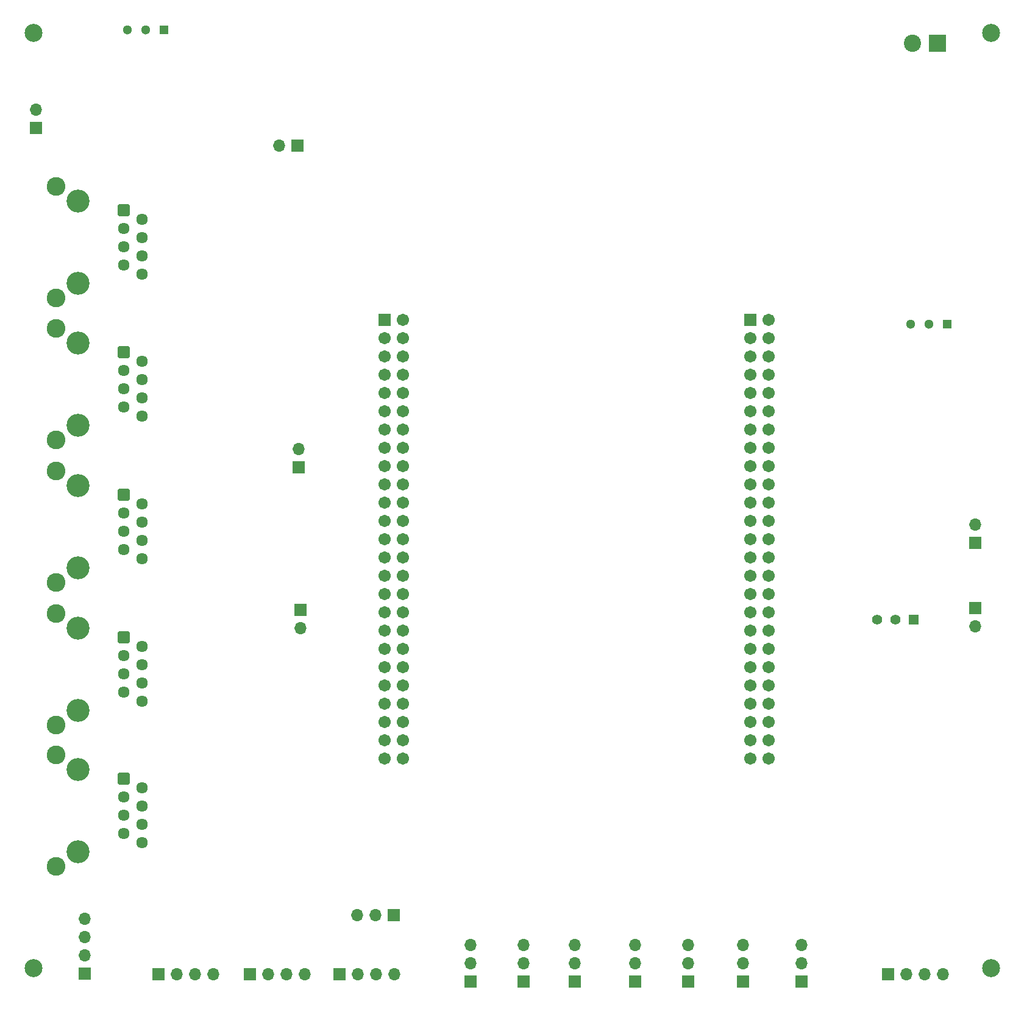
<source format=gbs>
G04 #@! TF.GenerationSoftware,KiCad,Pcbnew,7.0.8*
G04 #@! TF.CreationDate,2023-12-11T18:28:00+01:00*
G04 #@! TF.ProjectId,stm_bob,73746d5f-626f-4622-9e6b-696361645f70,rev?*
G04 #@! TF.SameCoordinates,Original*
G04 #@! TF.FileFunction,Soldermask,Bot*
G04 #@! TF.FilePolarity,Negative*
%FSLAX46Y46*%
G04 Gerber Fmt 4.6, Leading zero omitted, Abs format (unit mm)*
G04 Created by KiCad (PCBNEW 7.0.8) date 2023-12-11 18:28:00*
%MOMM*%
%LPD*%
G01*
G04 APERTURE LIST*
G04 Aperture macros list*
%AMRoundRect*
0 Rectangle with rounded corners*
0 $1 Rounding radius*
0 $2 $3 $4 $5 $6 $7 $8 $9 X,Y pos of 4 corners*
0 Add a 4 corners polygon primitive as box body*
4,1,4,$2,$3,$4,$5,$6,$7,$8,$9,$2,$3,0*
0 Add four circle primitives for the rounded corners*
1,1,$1+$1,$2,$3*
1,1,$1+$1,$4,$5*
1,1,$1+$1,$6,$7*
1,1,$1+$1,$8,$9*
0 Add four rect primitives between the rounded corners*
20,1,$1+$1,$2,$3,$4,$5,0*
20,1,$1+$1,$4,$5,$6,$7,0*
20,1,$1+$1,$6,$7,$8,$9,0*
20,1,$1+$1,$8,$9,$2,$3,0*%
G04 Aperture macros list end*
%ADD10R,1.700000X1.700000*%
%ADD11O,1.700000X1.700000*%
%ADD12C,3.200000*%
%ADD13RoundRect,0.102000X-0.704000X0.704000X-0.704000X-0.704000X0.704000X-0.704000X0.704000X0.704000X0*%
%ADD14C,1.612000*%
%ADD15C,2.604000*%
%ADD16C,2.500000*%
%ADD17RoundRect,0.102000X-0.754000X-0.754000X0.754000X-0.754000X0.754000X0.754000X-0.754000X0.754000X0*%
%ADD18C,1.712000*%
%ADD19R,2.400000X2.400000*%
%ADD20C,2.400000*%
%ADD21R,1.300000X1.300000*%
%ADD22C,1.300000*%
%ADD23RoundRect,0.102000X0.609000X0.609000X-0.609000X0.609000X-0.609000X-0.609000X0.609000X-0.609000X0*%
%ADD24C,1.422000*%
G04 APERTURE END LIST*
D10*
X60711000Y-50673000D03*
D11*
X58171000Y-50673000D03*
D10*
X61087000Y-115189000D03*
D11*
X61087000Y-117729000D03*
D10*
X66558000Y-165862000D03*
D11*
X69098000Y-165862000D03*
X71638000Y-165862000D03*
X74178000Y-165862000D03*
D12*
X30226000Y-137414000D03*
X30226000Y-148844000D03*
D13*
X36576000Y-138684000D03*
D14*
X39116000Y-139954000D03*
X36576000Y-141224000D03*
X39116000Y-142494000D03*
X36576000Y-143764000D03*
X39116000Y-145034000D03*
X36576000Y-146304000D03*
X39116000Y-147574000D03*
D15*
X27176000Y-135379000D03*
X27176000Y-150879000D03*
D10*
X154813000Y-114935000D03*
D11*
X154813000Y-117475000D03*
D12*
X30226000Y-97917000D03*
X30226000Y-109347000D03*
D13*
X36576000Y-99187000D03*
D14*
X39116000Y-100457000D03*
X36576000Y-101727000D03*
X39116000Y-102997000D03*
X36576000Y-104267000D03*
X39116000Y-105537000D03*
X36576000Y-106807000D03*
X39116000Y-108077000D03*
D15*
X27176000Y-95882000D03*
X27176000Y-111382000D03*
D10*
X31115000Y-165735000D03*
D11*
X31115000Y-163195000D03*
X31115000Y-160655000D03*
X31115000Y-158115000D03*
D16*
X157000000Y-165000000D03*
D17*
X72771000Y-74855000D03*
D18*
X75311000Y-74855000D03*
X72771000Y-77395000D03*
X75311000Y-77395000D03*
X72771000Y-79935000D03*
X75311000Y-79935000D03*
X72771000Y-82475000D03*
X75311000Y-82475000D03*
X72771000Y-85015000D03*
X75311000Y-85015000D03*
X72771000Y-87555000D03*
X75311000Y-87555000D03*
X72771000Y-90095000D03*
X75311000Y-90095000D03*
X72771000Y-92635000D03*
X75311000Y-92635000D03*
X72771000Y-95175000D03*
X75311000Y-95175000D03*
X72771000Y-97715000D03*
X75311000Y-97715000D03*
X72771000Y-100255000D03*
X75311000Y-100255000D03*
X72771000Y-102795000D03*
X75311000Y-102795000D03*
X72771000Y-105335000D03*
X75311000Y-105335000D03*
X72771000Y-107875000D03*
X75311000Y-107875000D03*
X72771000Y-110415000D03*
X75311000Y-110415000D03*
X72771000Y-112955000D03*
X75311000Y-112955000D03*
X72771000Y-115495000D03*
X75311000Y-115495000D03*
X72771000Y-118035000D03*
X75311000Y-118035000D03*
X72771000Y-120575000D03*
X75311000Y-120575000D03*
X72771000Y-123115000D03*
X75311000Y-123115000D03*
X72771000Y-125655000D03*
X75311000Y-125655000D03*
X72771000Y-128195000D03*
X75311000Y-128195000D03*
X72771000Y-130735000D03*
X75311000Y-130735000D03*
X72771000Y-133275000D03*
X75311000Y-133275000D03*
X72771000Y-135815000D03*
X75311000Y-135815000D03*
D17*
X123571000Y-74855000D03*
D18*
X126111000Y-74855000D03*
X123571000Y-77395000D03*
X126111000Y-77395000D03*
X123571000Y-79935000D03*
X126111000Y-79935000D03*
X123571000Y-82475000D03*
X126111000Y-82475000D03*
X123571000Y-85015000D03*
X126111000Y-85015000D03*
X123571000Y-87555000D03*
X126111000Y-87555000D03*
X123571000Y-90095000D03*
X126111000Y-90095000D03*
X123571000Y-92635000D03*
X126111000Y-92635000D03*
X123571000Y-95175000D03*
X126111000Y-95175000D03*
X123571000Y-97715000D03*
X126111000Y-97715000D03*
X123571000Y-100255000D03*
X126111000Y-100255000D03*
X123571000Y-102795000D03*
X126111000Y-102795000D03*
X123571000Y-105335000D03*
X126111000Y-105335000D03*
X123571000Y-107875000D03*
X126111000Y-107875000D03*
X123571000Y-110415000D03*
X126111000Y-110415000D03*
X123571000Y-112955000D03*
X126111000Y-112955000D03*
X123571000Y-115495000D03*
X126111000Y-115495000D03*
X123571000Y-118035000D03*
X126111000Y-118035000D03*
X123571000Y-120575000D03*
X126111000Y-120575000D03*
X123571000Y-123115000D03*
X126111000Y-123115000D03*
X123571000Y-125655000D03*
X126111000Y-125655000D03*
X123571000Y-128195000D03*
X126111000Y-128195000D03*
X123571000Y-130735000D03*
X126111000Y-130735000D03*
X123571000Y-133275000D03*
X126111000Y-133275000D03*
X123571000Y-135815000D03*
X126111000Y-135815000D03*
D10*
X74041000Y-157607000D03*
D11*
X71501000Y-157607000D03*
X68961000Y-157607000D03*
D19*
X149578000Y-36422000D03*
D20*
X146078000Y-36422000D03*
D10*
X130683000Y-166878000D03*
D11*
X130683000Y-164338000D03*
X130683000Y-161798000D03*
D10*
X92075000Y-166878000D03*
D11*
X92075000Y-164338000D03*
X92075000Y-161798000D03*
D10*
X99187000Y-166878000D03*
D11*
X99187000Y-164338000D03*
X99187000Y-161798000D03*
D10*
X84709000Y-166878000D03*
D11*
X84709000Y-164338000D03*
X84709000Y-161798000D03*
D16*
X24000000Y-165000000D03*
D12*
X30226000Y-78105000D03*
X30226000Y-89535000D03*
D13*
X36576000Y-79375000D03*
D14*
X39116000Y-80645000D03*
X36576000Y-81915000D03*
X39116000Y-83185000D03*
X36576000Y-84455000D03*
X39116000Y-85725000D03*
X36576000Y-86995000D03*
X39116000Y-88265000D03*
D15*
X27176000Y-76070000D03*
X27176000Y-91570000D03*
D16*
X24000000Y-35000000D03*
D10*
X41402000Y-165862000D03*
D11*
X43942000Y-165862000D03*
X46482000Y-165862000D03*
X49022000Y-165862000D03*
D10*
X114935000Y-166878000D03*
D11*
X114935000Y-164338000D03*
X114935000Y-161798000D03*
D16*
X157000000Y-35000000D03*
D12*
X30226000Y-117729000D03*
X30226000Y-129159000D03*
D13*
X36576000Y-118999000D03*
D14*
X39116000Y-120269000D03*
X36576000Y-121539000D03*
X39116000Y-122809000D03*
X36576000Y-124079000D03*
X39116000Y-125349000D03*
X36576000Y-126619000D03*
X39116000Y-127889000D03*
D15*
X27176000Y-115694000D03*
X27176000Y-131194000D03*
D12*
X30226000Y-58420000D03*
X30226000Y-69850000D03*
D13*
X36576000Y-59690000D03*
D14*
X39116000Y-60960000D03*
X36576000Y-62230000D03*
X39116000Y-63500000D03*
X36576000Y-64770000D03*
X39116000Y-66040000D03*
X36576000Y-67310000D03*
X39116000Y-68580000D03*
D15*
X27176000Y-56385000D03*
X27176000Y-71885000D03*
D10*
X154813000Y-105918000D03*
D11*
X154813000Y-103378000D03*
D10*
X54102000Y-165862000D03*
D11*
X56642000Y-165862000D03*
X59182000Y-165862000D03*
X61722000Y-165862000D03*
D21*
X42164000Y-34616500D03*
D22*
X39624000Y-34616500D03*
X37084000Y-34616500D03*
D21*
X150922398Y-75500537D03*
D22*
X148382398Y-75500537D03*
X145842398Y-75500537D03*
D10*
X60833000Y-95382000D03*
D11*
X60833000Y-92842000D03*
D10*
X142748000Y-165862000D03*
D11*
X145288000Y-165862000D03*
X147828000Y-165862000D03*
X150368000Y-165862000D03*
D10*
X24384000Y-48260000D03*
D11*
X24384000Y-45720000D03*
D23*
X146302580Y-116575882D03*
D24*
X143762580Y-116575882D03*
X141222580Y-116575882D03*
D10*
X107569000Y-166878000D03*
D11*
X107569000Y-164338000D03*
X107569000Y-161798000D03*
D10*
X122555000Y-166878000D03*
D11*
X122555000Y-164338000D03*
X122555000Y-161798000D03*
M02*

</source>
